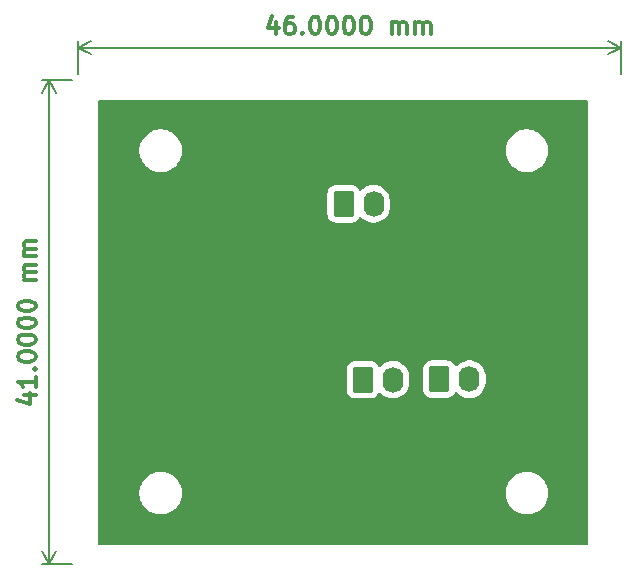
<source format=gbl>
G04 #@! TF.GenerationSoftware,KiCad,Pcbnew,8.0.0*
G04 #@! TF.CreationDate,2024-04-02T11:58:18-05:00*
G04 #@! TF.ProjectId,Haptic Feeback board,48617074-6963-4204-9665-656261636b20,rev?*
G04 #@! TF.SameCoordinates,Original*
G04 #@! TF.FileFunction,Copper,L2,Bot*
G04 #@! TF.FilePolarity,Positive*
%FSLAX46Y46*%
G04 Gerber Fmt 4.6, Leading zero omitted, Abs format (unit mm)*
G04 Created by KiCad (PCBNEW 8.0.0) date 2024-04-02 11:58:18*
%MOMM*%
%LPD*%
G01*
G04 APERTURE LIST*
G04 Aperture macros list*
%AMRoundRect*
0 Rectangle with rounded corners*
0 $1 Rounding radius*
0 $2 $3 $4 $5 $6 $7 $8 $9 X,Y pos of 4 corners*
0 Add a 4 corners polygon primitive as box body*
4,1,4,$2,$3,$4,$5,$6,$7,$8,$9,$2,$3,0*
0 Add four circle primitives for the rounded corners*
1,1,$1+$1,$2,$3*
1,1,$1+$1,$4,$5*
1,1,$1+$1,$6,$7*
1,1,$1+$1,$8,$9*
0 Add four rect primitives between the rounded corners*
20,1,$1+$1,$2,$3,$4,$5,0*
20,1,$1+$1,$4,$5,$6,$7,0*
20,1,$1+$1,$6,$7,$8,$9,0*
20,1,$1+$1,$8,$9,$2,$3,0*%
G04 Aperture macros list end*
%ADD10C,0.300000*%
G04 #@! TA.AperFunction,NonConductor*
%ADD11C,0.300000*%
G04 #@! TD*
G04 #@! TA.AperFunction,NonConductor*
%ADD12C,0.200000*%
G04 #@! TD*
G04 #@! TA.AperFunction,ComponentPad*
%ADD13RoundRect,0.250000X-0.620000X-0.845000X0.620000X-0.845000X0.620000X0.845000X-0.620000X0.845000X0*%
G04 #@! TD*
G04 #@! TA.AperFunction,ComponentPad*
%ADD14O,1.740000X2.190000*%
G04 #@! TD*
G04 #@! TA.AperFunction,ViaPad*
%ADD15C,0.800000*%
G04 #@! TD*
G04 APERTURE END LIST*
D10*
D11*
X113905528Y-103714284D02*
X114905528Y-103714284D01*
X113334100Y-104071426D02*
X114405528Y-104428569D01*
X114405528Y-104428569D02*
X114405528Y-103499998D01*
X114905528Y-102142855D02*
X114905528Y-102999998D01*
X114905528Y-102571427D02*
X113405528Y-102571427D01*
X113405528Y-102571427D02*
X113619814Y-102714284D01*
X113619814Y-102714284D02*
X113762671Y-102857141D01*
X113762671Y-102857141D02*
X113834100Y-102999998D01*
X114762671Y-101499999D02*
X114834100Y-101428570D01*
X114834100Y-101428570D02*
X114905528Y-101499999D01*
X114905528Y-101499999D02*
X114834100Y-101571427D01*
X114834100Y-101571427D02*
X114762671Y-101499999D01*
X114762671Y-101499999D02*
X114905528Y-101499999D01*
X113405528Y-100499998D02*
X113405528Y-100357141D01*
X113405528Y-100357141D02*
X113476957Y-100214284D01*
X113476957Y-100214284D02*
X113548385Y-100142856D01*
X113548385Y-100142856D02*
X113691242Y-100071427D01*
X113691242Y-100071427D02*
X113976957Y-99999998D01*
X113976957Y-99999998D02*
X114334100Y-99999998D01*
X114334100Y-99999998D02*
X114619814Y-100071427D01*
X114619814Y-100071427D02*
X114762671Y-100142856D01*
X114762671Y-100142856D02*
X114834100Y-100214284D01*
X114834100Y-100214284D02*
X114905528Y-100357141D01*
X114905528Y-100357141D02*
X114905528Y-100499998D01*
X114905528Y-100499998D02*
X114834100Y-100642856D01*
X114834100Y-100642856D02*
X114762671Y-100714284D01*
X114762671Y-100714284D02*
X114619814Y-100785713D01*
X114619814Y-100785713D02*
X114334100Y-100857141D01*
X114334100Y-100857141D02*
X113976957Y-100857141D01*
X113976957Y-100857141D02*
X113691242Y-100785713D01*
X113691242Y-100785713D02*
X113548385Y-100714284D01*
X113548385Y-100714284D02*
X113476957Y-100642856D01*
X113476957Y-100642856D02*
X113405528Y-100499998D01*
X113405528Y-99071427D02*
X113405528Y-98928570D01*
X113405528Y-98928570D02*
X113476957Y-98785713D01*
X113476957Y-98785713D02*
X113548385Y-98714285D01*
X113548385Y-98714285D02*
X113691242Y-98642856D01*
X113691242Y-98642856D02*
X113976957Y-98571427D01*
X113976957Y-98571427D02*
X114334100Y-98571427D01*
X114334100Y-98571427D02*
X114619814Y-98642856D01*
X114619814Y-98642856D02*
X114762671Y-98714285D01*
X114762671Y-98714285D02*
X114834100Y-98785713D01*
X114834100Y-98785713D02*
X114905528Y-98928570D01*
X114905528Y-98928570D02*
X114905528Y-99071427D01*
X114905528Y-99071427D02*
X114834100Y-99214285D01*
X114834100Y-99214285D02*
X114762671Y-99285713D01*
X114762671Y-99285713D02*
X114619814Y-99357142D01*
X114619814Y-99357142D02*
X114334100Y-99428570D01*
X114334100Y-99428570D02*
X113976957Y-99428570D01*
X113976957Y-99428570D02*
X113691242Y-99357142D01*
X113691242Y-99357142D02*
X113548385Y-99285713D01*
X113548385Y-99285713D02*
X113476957Y-99214285D01*
X113476957Y-99214285D02*
X113405528Y-99071427D01*
X113405528Y-97642856D02*
X113405528Y-97499999D01*
X113405528Y-97499999D02*
X113476957Y-97357142D01*
X113476957Y-97357142D02*
X113548385Y-97285714D01*
X113548385Y-97285714D02*
X113691242Y-97214285D01*
X113691242Y-97214285D02*
X113976957Y-97142856D01*
X113976957Y-97142856D02*
X114334100Y-97142856D01*
X114334100Y-97142856D02*
X114619814Y-97214285D01*
X114619814Y-97214285D02*
X114762671Y-97285714D01*
X114762671Y-97285714D02*
X114834100Y-97357142D01*
X114834100Y-97357142D02*
X114905528Y-97499999D01*
X114905528Y-97499999D02*
X114905528Y-97642856D01*
X114905528Y-97642856D02*
X114834100Y-97785714D01*
X114834100Y-97785714D02*
X114762671Y-97857142D01*
X114762671Y-97857142D02*
X114619814Y-97928571D01*
X114619814Y-97928571D02*
X114334100Y-97999999D01*
X114334100Y-97999999D02*
X113976957Y-97999999D01*
X113976957Y-97999999D02*
X113691242Y-97928571D01*
X113691242Y-97928571D02*
X113548385Y-97857142D01*
X113548385Y-97857142D02*
X113476957Y-97785714D01*
X113476957Y-97785714D02*
X113405528Y-97642856D01*
X113405528Y-96214285D02*
X113405528Y-96071428D01*
X113405528Y-96071428D02*
X113476957Y-95928571D01*
X113476957Y-95928571D02*
X113548385Y-95857143D01*
X113548385Y-95857143D02*
X113691242Y-95785714D01*
X113691242Y-95785714D02*
X113976957Y-95714285D01*
X113976957Y-95714285D02*
X114334100Y-95714285D01*
X114334100Y-95714285D02*
X114619814Y-95785714D01*
X114619814Y-95785714D02*
X114762671Y-95857143D01*
X114762671Y-95857143D02*
X114834100Y-95928571D01*
X114834100Y-95928571D02*
X114905528Y-96071428D01*
X114905528Y-96071428D02*
X114905528Y-96214285D01*
X114905528Y-96214285D02*
X114834100Y-96357143D01*
X114834100Y-96357143D02*
X114762671Y-96428571D01*
X114762671Y-96428571D02*
X114619814Y-96500000D01*
X114619814Y-96500000D02*
X114334100Y-96571428D01*
X114334100Y-96571428D02*
X113976957Y-96571428D01*
X113976957Y-96571428D02*
X113691242Y-96500000D01*
X113691242Y-96500000D02*
X113548385Y-96428571D01*
X113548385Y-96428571D02*
X113476957Y-96357143D01*
X113476957Y-96357143D02*
X113405528Y-96214285D01*
X114905528Y-93928572D02*
X113905528Y-93928572D01*
X114048385Y-93928572D02*
X113976957Y-93857143D01*
X113976957Y-93857143D02*
X113905528Y-93714286D01*
X113905528Y-93714286D02*
X113905528Y-93500000D01*
X113905528Y-93500000D02*
X113976957Y-93357143D01*
X113976957Y-93357143D02*
X114119814Y-93285715D01*
X114119814Y-93285715D02*
X114905528Y-93285715D01*
X114119814Y-93285715D02*
X113976957Y-93214286D01*
X113976957Y-93214286D02*
X113905528Y-93071429D01*
X113905528Y-93071429D02*
X113905528Y-92857143D01*
X113905528Y-92857143D02*
X113976957Y-92714286D01*
X113976957Y-92714286D02*
X114119814Y-92642857D01*
X114119814Y-92642857D02*
X114905528Y-92642857D01*
X114905528Y-91928572D02*
X113905528Y-91928572D01*
X114048385Y-91928572D02*
X113976957Y-91857143D01*
X113976957Y-91857143D02*
X113905528Y-91714286D01*
X113905528Y-91714286D02*
X113905528Y-91500000D01*
X113905528Y-91500000D02*
X113976957Y-91357143D01*
X113976957Y-91357143D02*
X114119814Y-91285715D01*
X114119814Y-91285715D02*
X114905528Y-91285715D01*
X114119814Y-91285715D02*
X113976957Y-91214286D01*
X113976957Y-91214286D02*
X113905528Y-91071429D01*
X113905528Y-91071429D02*
X113905528Y-90857143D01*
X113905528Y-90857143D02*
X113976957Y-90714286D01*
X113976957Y-90714286D02*
X114119814Y-90642857D01*
X114119814Y-90642857D02*
X114905528Y-90642857D01*
D12*
X118000000Y-77000000D02*
X115440780Y-77000000D01*
X118000000Y-118000000D02*
X115440780Y-118000000D01*
X116027200Y-77000000D02*
X116027200Y-118000000D01*
X116027200Y-77000000D02*
X116027200Y-118000000D01*
X116027200Y-77000000D02*
X116613621Y-78126504D01*
X116027200Y-77000000D02*
X115440779Y-78126504D01*
X116027200Y-118000000D02*
X115440779Y-116873496D01*
X116027200Y-118000000D02*
X116613621Y-116873496D01*
D10*
D11*
X135285716Y-72147928D02*
X135285716Y-73147928D01*
X134928573Y-71576500D02*
X134571430Y-72647928D01*
X134571430Y-72647928D02*
X135500001Y-72647928D01*
X136714287Y-71647928D02*
X136428572Y-71647928D01*
X136428572Y-71647928D02*
X136285715Y-71719357D01*
X136285715Y-71719357D02*
X136214287Y-71790785D01*
X136214287Y-71790785D02*
X136071429Y-72005071D01*
X136071429Y-72005071D02*
X136000001Y-72290785D01*
X136000001Y-72290785D02*
X136000001Y-72862214D01*
X136000001Y-72862214D02*
X136071429Y-73005071D01*
X136071429Y-73005071D02*
X136142858Y-73076500D01*
X136142858Y-73076500D02*
X136285715Y-73147928D01*
X136285715Y-73147928D02*
X136571429Y-73147928D01*
X136571429Y-73147928D02*
X136714287Y-73076500D01*
X136714287Y-73076500D02*
X136785715Y-73005071D01*
X136785715Y-73005071D02*
X136857144Y-72862214D01*
X136857144Y-72862214D02*
X136857144Y-72505071D01*
X136857144Y-72505071D02*
X136785715Y-72362214D01*
X136785715Y-72362214D02*
X136714287Y-72290785D01*
X136714287Y-72290785D02*
X136571429Y-72219357D01*
X136571429Y-72219357D02*
X136285715Y-72219357D01*
X136285715Y-72219357D02*
X136142858Y-72290785D01*
X136142858Y-72290785D02*
X136071429Y-72362214D01*
X136071429Y-72362214D02*
X136000001Y-72505071D01*
X137500000Y-73005071D02*
X137571429Y-73076500D01*
X137571429Y-73076500D02*
X137500000Y-73147928D01*
X137500000Y-73147928D02*
X137428572Y-73076500D01*
X137428572Y-73076500D02*
X137500000Y-73005071D01*
X137500000Y-73005071D02*
X137500000Y-73147928D01*
X138500001Y-71647928D02*
X138642858Y-71647928D01*
X138642858Y-71647928D02*
X138785715Y-71719357D01*
X138785715Y-71719357D02*
X138857144Y-71790785D01*
X138857144Y-71790785D02*
X138928572Y-71933642D01*
X138928572Y-71933642D02*
X139000001Y-72219357D01*
X139000001Y-72219357D02*
X139000001Y-72576500D01*
X139000001Y-72576500D02*
X138928572Y-72862214D01*
X138928572Y-72862214D02*
X138857144Y-73005071D01*
X138857144Y-73005071D02*
X138785715Y-73076500D01*
X138785715Y-73076500D02*
X138642858Y-73147928D01*
X138642858Y-73147928D02*
X138500001Y-73147928D01*
X138500001Y-73147928D02*
X138357144Y-73076500D01*
X138357144Y-73076500D02*
X138285715Y-73005071D01*
X138285715Y-73005071D02*
X138214286Y-72862214D01*
X138214286Y-72862214D02*
X138142858Y-72576500D01*
X138142858Y-72576500D02*
X138142858Y-72219357D01*
X138142858Y-72219357D02*
X138214286Y-71933642D01*
X138214286Y-71933642D02*
X138285715Y-71790785D01*
X138285715Y-71790785D02*
X138357144Y-71719357D01*
X138357144Y-71719357D02*
X138500001Y-71647928D01*
X139928572Y-71647928D02*
X140071429Y-71647928D01*
X140071429Y-71647928D02*
X140214286Y-71719357D01*
X140214286Y-71719357D02*
X140285715Y-71790785D01*
X140285715Y-71790785D02*
X140357143Y-71933642D01*
X140357143Y-71933642D02*
X140428572Y-72219357D01*
X140428572Y-72219357D02*
X140428572Y-72576500D01*
X140428572Y-72576500D02*
X140357143Y-72862214D01*
X140357143Y-72862214D02*
X140285715Y-73005071D01*
X140285715Y-73005071D02*
X140214286Y-73076500D01*
X140214286Y-73076500D02*
X140071429Y-73147928D01*
X140071429Y-73147928D02*
X139928572Y-73147928D01*
X139928572Y-73147928D02*
X139785715Y-73076500D01*
X139785715Y-73076500D02*
X139714286Y-73005071D01*
X139714286Y-73005071D02*
X139642857Y-72862214D01*
X139642857Y-72862214D02*
X139571429Y-72576500D01*
X139571429Y-72576500D02*
X139571429Y-72219357D01*
X139571429Y-72219357D02*
X139642857Y-71933642D01*
X139642857Y-71933642D02*
X139714286Y-71790785D01*
X139714286Y-71790785D02*
X139785715Y-71719357D01*
X139785715Y-71719357D02*
X139928572Y-71647928D01*
X141357143Y-71647928D02*
X141500000Y-71647928D01*
X141500000Y-71647928D02*
X141642857Y-71719357D01*
X141642857Y-71719357D02*
X141714286Y-71790785D01*
X141714286Y-71790785D02*
X141785714Y-71933642D01*
X141785714Y-71933642D02*
X141857143Y-72219357D01*
X141857143Y-72219357D02*
X141857143Y-72576500D01*
X141857143Y-72576500D02*
X141785714Y-72862214D01*
X141785714Y-72862214D02*
X141714286Y-73005071D01*
X141714286Y-73005071D02*
X141642857Y-73076500D01*
X141642857Y-73076500D02*
X141500000Y-73147928D01*
X141500000Y-73147928D02*
X141357143Y-73147928D01*
X141357143Y-73147928D02*
X141214286Y-73076500D01*
X141214286Y-73076500D02*
X141142857Y-73005071D01*
X141142857Y-73005071D02*
X141071428Y-72862214D01*
X141071428Y-72862214D02*
X141000000Y-72576500D01*
X141000000Y-72576500D02*
X141000000Y-72219357D01*
X141000000Y-72219357D02*
X141071428Y-71933642D01*
X141071428Y-71933642D02*
X141142857Y-71790785D01*
X141142857Y-71790785D02*
X141214286Y-71719357D01*
X141214286Y-71719357D02*
X141357143Y-71647928D01*
X142785714Y-71647928D02*
X142928571Y-71647928D01*
X142928571Y-71647928D02*
X143071428Y-71719357D01*
X143071428Y-71719357D02*
X143142857Y-71790785D01*
X143142857Y-71790785D02*
X143214285Y-71933642D01*
X143214285Y-71933642D02*
X143285714Y-72219357D01*
X143285714Y-72219357D02*
X143285714Y-72576500D01*
X143285714Y-72576500D02*
X143214285Y-72862214D01*
X143214285Y-72862214D02*
X143142857Y-73005071D01*
X143142857Y-73005071D02*
X143071428Y-73076500D01*
X143071428Y-73076500D02*
X142928571Y-73147928D01*
X142928571Y-73147928D02*
X142785714Y-73147928D01*
X142785714Y-73147928D02*
X142642857Y-73076500D01*
X142642857Y-73076500D02*
X142571428Y-73005071D01*
X142571428Y-73005071D02*
X142499999Y-72862214D01*
X142499999Y-72862214D02*
X142428571Y-72576500D01*
X142428571Y-72576500D02*
X142428571Y-72219357D01*
X142428571Y-72219357D02*
X142499999Y-71933642D01*
X142499999Y-71933642D02*
X142571428Y-71790785D01*
X142571428Y-71790785D02*
X142642857Y-71719357D01*
X142642857Y-71719357D02*
X142785714Y-71647928D01*
X145071427Y-73147928D02*
X145071427Y-72147928D01*
X145071427Y-72290785D02*
X145142856Y-72219357D01*
X145142856Y-72219357D02*
X145285713Y-72147928D01*
X145285713Y-72147928D02*
X145499999Y-72147928D01*
X145499999Y-72147928D02*
X145642856Y-72219357D01*
X145642856Y-72219357D02*
X145714285Y-72362214D01*
X145714285Y-72362214D02*
X145714285Y-73147928D01*
X145714285Y-72362214D02*
X145785713Y-72219357D01*
X145785713Y-72219357D02*
X145928570Y-72147928D01*
X145928570Y-72147928D02*
X146142856Y-72147928D01*
X146142856Y-72147928D02*
X146285713Y-72219357D01*
X146285713Y-72219357D02*
X146357142Y-72362214D01*
X146357142Y-72362214D02*
X146357142Y-73147928D01*
X147071427Y-73147928D02*
X147071427Y-72147928D01*
X147071427Y-72290785D02*
X147142856Y-72219357D01*
X147142856Y-72219357D02*
X147285713Y-72147928D01*
X147285713Y-72147928D02*
X147499999Y-72147928D01*
X147499999Y-72147928D02*
X147642856Y-72219357D01*
X147642856Y-72219357D02*
X147714285Y-72362214D01*
X147714285Y-72362214D02*
X147714285Y-73147928D01*
X147714285Y-72362214D02*
X147785713Y-72219357D01*
X147785713Y-72219357D02*
X147928570Y-72147928D01*
X147928570Y-72147928D02*
X148142856Y-72147928D01*
X148142856Y-72147928D02*
X148285713Y-72219357D01*
X148285713Y-72219357D02*
X148357142Y-72362214D01*
X148357142Y-72362214D02*
X148357142Y-73147928D01*
D12*
X118500000Y-76500000D02*
X118500000Y-73683180D01*
X164500000Y-76500000D02*
X164500000Y-73683180D01*
X118500000Y-74269600D02*
X164500000Y-74269600D01*
X118500000Y-74269600D02*
X164500000Y-74269600D01*
X118500000Y-74269600D02*
X119626504Y-73683179D01*
X118500000Y-74269600D02*
X119626504Y-74856021D01*
X164500000Y-74269600D02*
X163373496Y-74856021D01*
X164500000Y-74269600D02*
X163373496Y-73683179D01*
D13*
G04 #@! TO.P,J3,1,Pin_1*
G04 #@! TO.N,/Motor2*
X142621000Y-102387400D03*
D14*
G04 #@! TO.P,J3,2,Pin_2*
G04 #@! TO.N,/Motor1GND*
X145161000Y-102387400D03*
G04 #@! TD*
D13*
G04 #@! TO.P,J4,1,Pin_1*
G04 #@! TO.N,/Motor2*
X149098000Y-102362000D03*
D14*
G04 #@! TO.P,J4,2,Pin_2*
G04 #@! TO.N,/Motor1GND*
X151638000Y-102362000D03*
G04 #@! TD*
D13*
G04 #@! TO.P,J2,1,Pin_1*
G04 #@! TO.N,/MCU*
X140995400Y-87497600D03*
D14*
G04 #@! TO.P,J2,2,Pin_2*
G04 #@! TO.N,/GPIO*
X143535400Y-87497600D03*
G04 #@! TD*
D15*
G04 #@! TO.N,GND*
X157000000Y-99000000D03*
X153000000Y-95500000D03*
X132500000Y-88000000D03*
X140500000Y-107500000D03*
X141000000Y-95000000D03*
X152000000Y-88000000D03*
G04 #@! TD*
G04 #@! TA.AperFunction,Conductor*
G04 #@! TO.N,GND*
G36*
X161639439Y-78708885D02*
G01*
X161685194Y-78761689D01*
X161696400Y-78813200D01*
X161696400Y-116284200D01*
X161676715Y-116351239D01*
X161623911Y-116396994D01*
X161572400Y-116408200D01*
X120342200Y-116408200D01*
X120275161Y-116388515D01*
X120229406Y-116335711D01*
X120218200Y-116284200D01*
X120218200Y-112118004D01*
X123699500Y-112118004D01*
X123699501Y-112118020D01*
X123730306Y-112352010D01*
X123791394Y-112579993D01*
X123881714Y-112798045D01*
X123881719Y-112798056D01*
X123952677Y-112920957D01*
X123999727Y-113002450D01*
X123999729Y-113002453D01*
X123999730Y-113002454D01*
X124143406Y-113189697D01*
X124143412Y-113189704D01*
X124310295Y-113356587D01*
X124310301Y-113356592D01*
X124497550Y-113500273D01*
X124628918Y-113576118D01*
X124701943Y-113618280D01*
X124701948Y-113618282D01*
X124701951Y-113618284D01*
X124920007Y-113708606D01*
X125147986Y-113769693D01*
X125381989Y-113800500D01*
X125381996Y-113800500D01*
X125618004Y-113800500D01*
X125618011Y-113800500D01*
X125852014Y-113769693D01*
X126079993Y-113708606D01*
X126298049Y-113618284D01*
X126502450Y-113500273D01*
X126689699Y-113356592D01*
X126856592Y-113189699D01*
X127000273Y-113002450D01*
X127118284Y-112798049D01*
X127208606Y-112579993D01*
X127269693Y-112352014D01*
X127300500Y-112118011D01*
X127300500Y-112118004D01*
X154699500Y-112118004D01*
X154699501Y-112118020D01*
X154730306Y-112352010D01*
X154791394Y-112579993D01*
X154881714Y-112798045D01*
X154881719Y-112798056D01*
X154952677Y-112920957D01*
X154999727Y-113002450D01*
X154999729Y-113002453D01*
X154999730Y-113002454D01*
X155143406Y-113189697D01*
X155143412Y-113189704D01*
X155310295Y-113356587D01*
X155310301Y-113356592D01*
X155497550Y-113500273D01*
X155628918Y-113576118D01*
X155701943Y-113618280D01*
X155701948Y-113618282D01*
X155701951Y-113618284D01*
X155920007Y-113708606D01*
X156147986Y-113769693D01*
X156381989Y-113800500D01*
X156381996Y-113800500D01*
X156618004Y-113800500D01*
X156618011Y-113800500D01*
X156852014Y-113769693D01*
X157079993Y-113708606D01*
X157298049Y-113618284D01*
X157502450Y-113500273D01*
X157689699Y-113356592D01*
X157856592Y-113189699D01*
X158000273Y-113002450D01*
X158118284Y-112798049D01*
X158208606Y-112579993D01*
X158269693Y-112352014D01*
X158300500Y-112118011D01*
X158300500Y-111881989D01*
X158269693Y-111647986D01*
X158208606Y-111420007D01*
X158118284Y-111201951D01*
X158118282Y-111201948D01*
X158118280Y-111201943D01*
X158076118Y-111128918D01*
X158000273Y-110997550D01*
X157856592Y-110810301D01*
X157856587Y-110810295D01*
X157689704Y-110643412D01*
X157689697Y-110643406D01*
X157502454Y-110499730D01*
X157502453Y-110499729D01*
X157502450Y-110499727D01*
X157420957Y-110452677D01*
X157298056Y-110381719D01*
X157298045Y-110381714D01*
X157079993Y-110291394D01*
X156852010Y-110230306D01*
X156618020Y-110199501D01*
X156618017Y-110199500D01*
X156618011Y-110199500D01*
X156381989Y-110199500D01*
X156381983Y-110199500D01*
X156381979Y-110199501D01*
X156147989Y-110230306D01*
X155920006Y-110291394D01*
X155701954Y-110381714D01*
X155701943Y-110381719D01*
X155497545Y-110499730D01*
X155310302Y-110643406D01*
X155310295Y-110643412D01*
X155143412Y-110810295D01*
X155143406Y-110810302D01*
X154999730Y-110997545D01*
X154881719Y-111201943D01*
X154881714Y-111201954D01*
X154791394Y-111420006D01*
X154730306Y-111647989D01*
X154699501Y-111881979D01*
X154699500Y-111881995D01*
X154699500Y-112118004D01*
X127300500Y-112118004D01*
X127300500Y-111881989D01*
X127269693Y-111647986D01*
X127208606Y-111420007D01*
X127118284Y-111201951D01*
X127118282Y-111201948D01*
X127118280Y-111201943D01*
X127076118Y-111128918D01*
X127000273Y-110997550D01*
X126856592Y-110810301D01*
X126856587Y-110810295D01*
X126689704Y-110643412D01*
X126689697Y-110643406D01*
X126502454Y-110499730D01*
X126502453Y-110499729D01*
X126502450Y-110499727D01*
X126420957Y-110452677D01*
X126298056Y-110381719D01*
X126298045Y-110381714D01*
X126079993Y-110291394D01*
X125852010Y-110230306D01*
X125618020Y-110199501D01*
X125618017Y-110199500D01*
X125618011Y-110199500D01*
X125381989Y-110199500D01*
X125381983Y-110199500D01*
X125381979Y-110199501D01*
X125147989Y-110230306D01*
X124920006Y-110291394D01*
X124701954Y-110381714D01*
X124701943Y-110381719D01*
X124497545Y-110499730D01*
X124310302Y-110643406D01*
X124310295Y-110643412D01*
X124143412Y-110810295D01*
X124143406Y-110810302D01*
X123999730Y-110997545D01*
X123881719Y-111201943D01*
X123881714Y-111201954D01*
X123791394Y-111420006D01*
X123730306Y-111647989D01*
X123699501Y-111881979D01*
X123699500Y-111881995D01*
X123699500Y-112118004D01*
X120218200Y-112118004D01*
X120218200Y-103282401D01*
X141250500Y-103282401D01*
X141250501Y-103282418D01*
X141261000Y-103385196D01*
X141261001Y-103385199D01*
X141307770Y-103526336D01*
X141316186Y-103551734D01*
X141408288Y-103701056D01*
X141532344Y-103825112D01*
X141681666Y-103917214D01*
X141848203Y-103972399D01*
X141950991Y-103982900D01*
X143291008Y-103982899D01*
X143393797Y-103972399D01*
X143560334Y-103917214D01*
X143709656Y-103825112D01*
X143833712Y-103701056D01*
X143925814Y-103551734D01*
X143925817Y-103551722D01*
X143926129Y-103551057D01*
X143926469Y-103550669D01*
X143929605Y-103545587D01*
X143930473Y-103546122D01*
X143972299Y-103498616D01*
X144039491Y-103479460D01*
X144106373Y-103499672D01*
X144126195Y-103515775D01*
X144268179Y-103657759D01*
X144442701Y-103784557D01*
X144634911Y-103882492D01*
X144840074Y-103949154D01*
X144919973Y-103961808D01*
X145053134Y-103982900D01*
X145053139Y-103982900D01*
X145268866Y-103982900D01*
X145387230Y-103964152D01*
X145481926Y-103949154D01*
X145687089Y-103882492D01*
X145879299Y-103784557D01*
X146053821Y-103657759D01*
X146206359Y-103505221D01*
X146333157Y-103330699D01*
X146370708Y-103257001D01*
X147727500Y-103257001D01*
X147727501Y-103257018D01*
X147738000Y-103359796D01*
X147738001Y-103359799D01*
X147775584Y-103473216D01*
X147793186Y-103526334D01*
X147885288Y-103675656D01*
X148009344Y-103799712D01*
X148158666Y-103891814D01*
X148325203Y-103946999D01*
X148427991Y-103957500D01*
X149768008Y-103957499D01*
X149870797Y-103946999D01*
X150037334Y-103891814D01*
X150186656Y-103799712D01*
X150310712Y-103675656D01*
X150402814Y-103526334D01*
X150402817Y-103526322D01*
X150403129Y-103525657D01*
X150403469Y-103525269D01*
X150406605Y-103520187D01*
X150407473Y-103520722D01*
X150449299Y-103473216D01*
X150516491Y-103454060D01*
X150583373Y-103474272D01*
X150603195Y-103490375D01*
X150745179Y-103632359D01*
X150919701Y-103759157D01*
X151111911Y-103857092D01*
X151317074Y-103923754D01*
X151396973Y-103936408D01*
X151530134Y-103957500D01*
X151530139Y-103957500D01*
X151745866Y-103957500D01*
X151864230Y-103938752D01*
X151958926Y-103923754D01*
X152164089Y-103857092D01*
X152356299Y-103759157D01*
X152530821Y-103632359D01*
X152683359Y-103479821D01*
X152810157Y-103305299D01*
X152908092Y-103113089D01*
X152974754Y-102907926D01*
X152989752Y-102813230D01*
X153008500Y-102694866D01*
X153008500Y-102029133D01*
X152974754Y-101816077D01*
X152974754Y-101816074D01*
X152908092Y-101610911D01*
X152810157Y-101418701D01*
X152683359Y-101244179D01*
X152530821Y-101091641D01*
X152356299Y-100964843D01*
X152164089Y-100866908D01*
X151958926Y-100800246D01*
X151958924Y-100800245D01*
X151958922Y-100800245D01*
X151745866Y-100766500D01*
X151745861Y-100766500D01*
X151530139Y-100766500D01*
X151530134Y-100766500D01*
X151317077Y-100800245D01*
X151111908Y-100866909D01*
X150919700Y-100964843D01*
X150745180Y-101091640D01*
X150603195Y-101233625D01*
X150541872Y-101267109D01*
X150472180Y-101262125D01*
X150416247Y-101220253D01*
X150403132Y-101198348D01*
X150402815Y-101197669D01*
X150402814Y-101197668D01*
X150402814Y-101197666D01*
X150310712Y-101048344D01*
X150186656Y-100924288D01*
X150037334Y-100832186D01*
X149870797Y-100777001D01*
X149870795Y-100777000D01*
X149768010Y-100766500D01*
X148427998Y-100766500D01*
X148427981Y-100766501D01*
X148325203Y-100777000D01*
X148325200Y-100777001D01*
X148158668Y-100832185D01*
X148158663Y-100832187D01*
X148009342Y-100924289D01*
X147885289Y-101048342D01*
X147793187Y-101197663D01*
X147793185Y-101197668D01*
X147784768Y-101223069D01*
X147738001Y-101364203D01*
X147738001Y-101364204D01*
X147738000Y-101364204D01*
X147727500Y-101466983D01*
X147727500Y-103257001D01*
X146370708Y-103257001D01*
X146431092Y-103138489D01*
X146497754Y-102933326D01*
X146512752Y-102838630D01*
X146531500Y-102720266D01*
X146531500Y-102054533D01*
X146497754Y-101841477D01*
X146497754Y-101841474D01*
X146431092Y-101636311D01*
X146333157Y-101444101D01*
X146206359Y-101269579D01*
X146053821Y-101117041D01*
X145879299Y-100990243D01*
X145687089Y-100892308D01*
X145481926Y-100825646D01*
X145481924Y-100825645D01*
X145481922Y-100825645D01*
X145268866Y-100791900D01*
X145268861Y-100791900D01*
X145053139Y-100791900D01*
X145053134Y-100791900D01*
X144840077Y-100825645D01*
X144840074Y-100825646D01*
X144713081Y-100866909D01*
X144634908Y-100892309D01*
X144442700Y-100990243D01*
X144268180Y-101117040D01*
X144126195Y-101259025D01*
X144064872Y-101292509D01*
X143995180Y-101287525D01*
X143939247Y-101245653D01*
X143926132Y-101223748D01*
X143925815Y-101223069D01*
X143925814Y-101223068D01*
X143925814Y-101223066D01*
X143833712Y-101073744D01*
X143709656Y-100949688D01*
X143575449Y-100866909D01*
X143560336Y-100857587D01*
X143560331Y-100857585D01*
X143558862Y-100857098D01*
X143393797Y-100802401D01*
X143393795Y-100802400D01*
X143291010Y-100791900D01*
X141950998Y-100791900D01*
X141950981Y-100791901D01*
X141848203Y-100802400D01*
X141848200Y-100802401D01*
X141681668Y-100857585D01*
X141681663Y-100857587D01*
X141532342Y-100949689D01*
X141408289Y-101073742D01*
X141316187Y-101223063D01*
X141316185Y-101223068D01*
X141300774Y-101269576D01*
X141261001Y-101389603D01*
X141261001Y-101389604D01*
X141261000Y-101389604D01*
X141250500Y-101492383D01*
X141250500Y-103282401D01*
X120218200Y-103282401D01*
X120218200Y-88392601D01*
X139624900Y-88392601D01*
X139624901Y-88392618D01*
X139635400Y-88495396D01*
X139635401Y-88495399D01*
X139672984Y-88608816D01*
X139690586Y-88661934D01*
X139782688Y-88811256D01*
X139906744Y-88935312D01*
X140056066Y-89027414D01*
X140222603Y-89082599D01*
X140325391Y-89093100D01*
X141665408Y-89093099D01*
X141768197Y-89082599D01*
X141934734Y-89027414D01*
X142084056Y-88935312D01*
X142208112Y-88811256D01*
X142300214Y-88661934D01*
X142300217Y-88661922D01*
X142300529Y-88661257D01*
X142300869Y-88660869D01*
X142304005Y-88655787D01*
X142304873Y-88656322D01*
X142346699Y-88608816D01*
X142413891Y-88589660D01*
X142480773Y-88609872D01*
X142500595Y-88625975D01*
X142642579Y-88767959D01*
X142817101Y-88894757D01*
X143009311Y-88992692D01*
X143214474Y-89059354D01*
X143294373Y-89072008D01*
X143427534Y-89093100D01*
X143427539Y-89093100D01*
X143643266Y-89093100D01*
X143761630Y-89074352D01*
X143856326Y-89059354D01*
X144061489Y-88992692D01*
X144253699Y-88894757D01*
X144428221Y-88767959D01*
X144580759Y-88615421D01*
X144707557Y-88440899D01*
X144805492Y-88248689D01*
X144872154Y-88043526D01*
X144887152Y-87948830D01*
X144905900Y-87830466D01*
X144905900Y-87164733D01*
X144872154Y-86951677D01*
X144872154Y-86951674D01*
X144805492Y-86746511D01*
X144707557Y-86554301D01*
X144580759Y-86379779D01*
X144428221Y-86227241D01*
X144253699Y-86100443D01*
X144061489Y-86002508D01*
X143856326Y-85935846D01*
X143856324Y-85935845D01*
X143856322Y-85935845D01*
X143643266Y-85902100D01*
X143643261Y-85902100D01*
X143427539Y-85902100D01*
X143427534Y-85902100D01*
X143214477Y-85935845D01*
X143009308Y-86002509D01*
X142817100Y-86100443D01*
X142642580Y-86227240D01*
X142500595Y-86369225D01*
X142439272Y-86402709D01*
X142369580Y-86397725D01*
X142313647Y-86355853D01*
X142300532Y-86333948D01*
X142300215Y-86333269D01*
X142300214Y-86333268D01*
X142300214Y-86333266D01*
X142208112Y-86183944D01*
X142084056Y-86059888D01*
X141934734Y-85967786D01*
X141768197Y-85912601D01*
X141768195Y-85912600D01*
X141665410Y-85902100D01*
X140325398Y-85902100D01*
X140325381Y-85902101D01*
X140222603Y-85912600D01*
X140222600Y-85912601D01*
X140056068Y-85967785D01*
X140056063Y-85967787D01*
X139906742Y-86059889D01*
X139782689Y-86183942D01*
X139690587Y-86333263D01*
X139690586Y-86333266D01*
X139635401Y-86499803D01*
X139635401Y-86499804D01*
X139635400Y-86499804D01*
X139624900Y-86602583D01*
X139624900Y-88392601D01*
X120218200Y-88392601D01*
X120218200Y-83118004D01*
X123699500Y-83118004D01*
X123699501Y-83118020D01*
X123730306Y-83352010D01*
X123791394Y-83579993D01*
X123881714Y-83798045D01*
X123881719Y-83798056D01*
X123952677Y-83920957D01*
X123999727Y-84002450D01*
X123999729Y-84002453D01*
X123999730Y-84002454D01*
X124143406Y-84189697D01*
X124143412Y-84189704D01*
X124310295Y-84356587D01*
X124310301Y-84356592D01*
X124497550Y-84500273D01*
X124628918Y-84576118D01*
X124701943Y-84618280D01*
X124701948Y-84618282D01*
X124701951Y-84618284D01*
X124920007Y-84708606D01*
X125147986Y-84769693D01*
X125381989Y-84800500D01*
X125381996Y-84800500D01*
X125618004Y-84800500D01*
X125618011Y-84800500D01*
X125852014Y-84769693D01*
X126079993Y-84708606D01*
X126298049Y-84618284D01*
X126502450Y-84500273D01*
X126689699Y-84356592D01*
X126856592Y-84189699D01*
X127000273Y-84002450D01*
X127118284Y-83798049D01*
X127208606Y-83579993D01*
X127269693Y-83352014D01*
X127300500Y-83118011D01*
X127300500Y-83118004D01*
X154699500Y-83118004D01*
X154699501Y-83118020D01*
X154730306Y-83352010D01*
X154791394Y-83579993D01*
X154881714Y-83798045D01*
X154881719Y-83798056D01*
X154952677Y-83920957D01*
X154999727Y-84002450D01*
X154999729Y-84002453D01*
X154999730Y-84002454D01*
X155143406Y-84189697D01*
X155143412Y-84189704D01*
X155310295Y-84356587D01*
X155310301Y-84356592D01*
X155497550Y-84500273D01*
X155628918Y-84576118D01*
X155701943Y-84618280D01*
X155701948Y-84618282D01*
X155701951Y-84618284D01*
X155920007Y-84708606D01*
X156147986Y-84769693D01*
X156381989Y-84800500D01*
X156381996Y-84800500D01*
X156618004Y-84800500D01*
X156618011Y-84800500D01*
X156852014Y-84769693D01*
X157079993Y-84708606D01*
X157298049Y-84618284D01*
X157502450Y-84500273D01*
X157689699Y-84356592D01*
X157856592Y-84189699D01*
X158000273Y-84002450D01*
X158118284Y-83798049D01*
X158208606Y-83579993D01*
X158269693Y-83352014D01*
X158300500Y-83118011D01*
X158300500Y-82881989D01*
X158269693Y-82647986D01*
X158208606Y-82420007D01*
X158118284Y-82201951D01*
X158118282Y-82201948D01*
X158118280Y-82201943D01*
X158076118Y-82128918D01*
X158000273Y-81997550D01*
X157856592Y-81810301D01*
X157856587Y-81810295D01*
X157689704Y-81643412D01*
X157689697Y-81643406D01*
X157502454Y-81499730D01*
X157502453Y-81499729D01*
X157502450Y-81499727D01*
X157420957Y-81452677D01*
X157298056Y-81381719D01*
X157298045Y-81381714D01*
X157079993Y-81291394D01*
X156852010Y-81230306D01*
X156618020Y-81199501D01*
X156618017Y-81199500D01*
X156618011Y-81199500D01*
X156381989Y-81199500D01*
X156381983Y-81199500D01*
X156381979Y-81199501D01*
X156147989Y-81230306D01*
X155920006Y-81291394D01*
X155701954Y-81381714D01*
X155701943Y-81381719D01*
X155497545Y-81499730D01*
X155310302Y-81643406D01*
X155310295Y-81643412D01*
X155143412Y-81810295D01*
X155143406Y-81810302D01*
X154999730Y-81997545D01*
X154881719Y-82201943D01*
X154881714Y-82201954D01*
X154791394Y-82420006D01*
X154730306Y-82647989D01*
X154699501Y-82881979D01*
X154699500Y-82881995D01*
X154699500Y-83118004D01*
X127300500Y-83118004D01*
X127300500Y-82881989D01*
X127269693Y-82647986D01*
X127208606Y-82420007D01*
X127118284Y-82201951D01*
X127118282Y-82201948D01*
X127118280Y-82201943D01*
X127076118Y-82128918D01*
X127000273Y-81997550D01*
X126856592Y-81810301D01*
X126856587Y-81810295D01*
X126689704Y-81643412D01*
X126689697Y-81643406D01*
X126502454Y-81499730D01*
X126502453Y-81499729D01*
X126502450Y-81499727D01*
X126420957Y-81452677D01*
X126298056Y-81381719D01*
X126298045Y-81381714D01*
X126079993Y-81291394D01*
X125852010Y-81230306D01*
X125618020Y-81199501D01*
X125618017Y-81199500D01*
X125618011Y-81199500D01*
X125381989Y-81199500D01*
X125381983Y-81199500D01*
X125381979Y-81199501D01*
X125147989Y-81230306D01*
X124920006Y-81291394D01*
X124701954Y-81381714D01*
X124701943Y-81381719D01*
X124497545Y-81499730D01*
X124310302Y-81643406D01*
X124310295Y-81643412D01*
X124143412Y-81810295D01*
X124143406Y-81810302D01*
X123999730Y-81997545D01*
X123881719Y-82201943D01*
X123881714Y-82201954D01*
X123791394Y-82420006D01*
X123730306Y-82647989D01*
X123699501Y-82881979D01*
X123699500Y-82881995D01*
X123699500Y-83118004D01*
X120218200Y-83118004D01*
X120218200Y-78813200D01*
X120237885Y-78746161D01*
X120290689Y-78700406D01*
X120342200Y-78689200D01*
X161572400Y-78689200D01*
X161639439Y-78708885D01*
G37*
G04 #@! TD.AperFunction*
G04 #@! TD*
M02*

</source>
